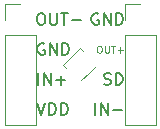
<source format=gbr>
%TF.GenerationSoftware,KiCad,Pcbnew,(5.1.6-0-10_14)*%
%TF.CreationDate,2020-08-16T22:54:34-04:00*%
%TF.ProjectId,PAM8016,50414d38-3031-4362-9e6b-696361645f70,rev?*%
%TF.SameCoordinates,Original*%
%TF.FileFunction,Legend,Top*%
%TF.FilePolarity,Positive*%
%FSLAX46Y46*%
G04 Gerber Fmt 4.6, Leading zero omitted, Abs format (unit mm)*
G04 Created by KiCad (PCBNEW (5.1.6-0-10_14)) date 2020-08-16 22:54:34*
%MOMM*%
%LPD*%
G01*
G04 APERTURE LIST*
%ADD10C,0.150000*%
%ADD11C,0.090000*%
%ADD12C,0.120000*%
G04 APERTURE END LIST*
D10*
X128270142Y-51252380D02*
X128270142Y-50252380D01*
X128746333Y-51252380D02*
X128746333Y-50252380D01*
X129317761Y-51252380D01*
X129317761Y-50252380D01*
X129793952Y-50871428D02*
X130555857Y-50871428D01*
X129008285Y-48664761D02*
X129151142Y-48712380D01*
X129389238Y-48712380D01*
X129484476Y-48664761D01*
X129532095Y-48617142D01*
X129579714Y-48521904D01*
X129579714Y-48426666D01*
X129532095Y-48331428D01*
X129484476Y-48283809D01*
X129389238Y-48236190D01*
X129198761Y-48188571D01*
X129103523Y-48140952D01*
X129055904Y-48093333D01*
X129008285Y-47998095D01*
X129008285Y-47902857D01*
X129055904Y-47807619D01*
X129103523Y-47760000D01*
X129198761Y-47712380D01*
X129436857Y-47712380D01*
X129579714Y-47760000D01*
X130008285Y-48712380D02*
X130008285Y-47712380D01*
X130246380Y-47712380D01*
X130389238Y-47760000D01*
X130484476Y-47855238D01*
X130532095Y-47950476D01*
X130579714Y-48140952D01*
X130579714Y-48283809D01*
X130532095Y-48474285D01*
X130484476Y-48569523D01*
X130389238Y-48664761D01*
X130246380Y-48712380D01*
X130008285Y-48712380D01*
D11*
X128568571Y-45391428D02*
X128682857Y-45391428D01*
X128740000Y-45420000D01*
X128797142Y-45477142D01*
X128825714Y-45591428D01*
X128825714Y-45791428D01*
X128797142Y-45905714D01*
X128740000Y-45962857D01*
X128682857Y-45991428D01*
X128568571Y-45991428D01*
X128511428Y-45962857D01*
X128454285Y-45905714D01*
X128425714Y-45791428D01*
X128425714Y-45591428D01*
X128454285Y-45477142D01*
X128511428Y-45420000D01*
X128568571Y-45391428D01*
X129082857Y-45391428D02*
X129082857Y-45877142D01*
X129111428Y-45934285D01*
X129140000Y-45962857D01*
X129197142Y-45991428D01*
X129311428Y-45991428D01*
X129368571Y-45962857D01*
X129397142Y-45934285D01*
X129425714Y-45877142D01*
X129425714Y-45391428D01*
X129625714Y-45391428D02*
X129968571Y-45391428D01*
X129797142Y-45991428D02*
X129797142Y-45391428D01*
X130168571Y-45762857D02*
X130625714Y-45762857D01*
X130397142Y-45991428D02*
X130397142Y-45534285D01*
D10*
X128524095Y-42680000D02*
X128428857Y-42632380D01*
X128286000Y-42632380D01*
X128143142Y-42680000D01*
X128047904Y-42775238D01*
X128000285Y-42870476D01*
X127952666Y-43060952D01*
X127952666Y-43203809D01*
X128000285Y-43394285D01*
X128047904Y-43489523D01*
X128143142Y-43584761D01*
X128286000Y-43632380D01*
X128381238Y-43632380D01*
X128524095Y-43584761D01*
X128571714Y-43537142D01*
X128571714Y-43203809D01*
X128381238Y-43203809D01*
X129000285Y-43632380D02*
X129000285Y-42632380D01*
X129571714Y-43632380D01*
X129571714Y-42632380D01*
X130047904Y-43632380D02*
X130047904Y-42632380D01*
X130286000Y-42632380D01*
X130428857Y-42680000D01*
X130524095Y-42775238D01*
X130571714Y-42870476D01*
X130619333Y-43060952D01*
X130619333Y-43203809D01*
X130571714Y-43394285D01*
X130524095Y-43489523D01*
X130428857Y-43584761D01*
X130286000Y-43632380D01*
X130047904Y-43632380D01*
X123602952Y-42632380D02*
X123793428Y-42632380D01*
X123888666Y-42680000D01*
X123983904Y-42775238D01*
X124031523Y-42965714D01*
X124031523Y-43299047D01*
X123983904Y-43489523D01*
X123888666Y-43584761D01*
X123793428Y-43632380D01*
X123602952Y-43632380D01*
X123507714Y-43584761D01*
X123412476Y-43489523D01*
X123364857Y-43299047D01*
X123364857Y-42965714D01*
X123412476Y-42775238D01*
X123507714Y-42680000D01*
X123602952Y-42632380D01*
X124460095Y-42632380D02*
X124460095Y-43441904D01*
X124507714Y-43537142D01*
X124555333Y-43584761D01*
X124650571Y-43632380D01*
X124841047Y-43632380D01*
X124936285Y-43584761D01*
X124983904Y-43537142D01*
X125031523Y-43441904D01*
X125031523Y-42632380D01*
X125364857Y-42632380D02*
X125936285Y-42632380D01*
X125650571Y-43632380D02*
X125650571Y-42632380D01*
X126269619Y-43251428D02*
X127031523Y-43251428D01*
X123952095Y-45220000D02*
X123856857Y-45172380D01*
X123714000Y-45172380D01*
X123571142Y-45220000D01*
X123475904Y-45315238D01*
X123428285Y-45410476D01*
X123380666Y-45600952D01*
X123380666Y-45743809D01*
X123428285Y-45934285D01*
X123475904Y-46029523D01*
X123571142Y-46124761D01*
X123714000Y-46172380D01*
X123809238Y-46172380D01*
X123952095Y-46124761D01*
X123999714Y-46077142D01*
X123999714Y-45743809D01*
X123809238Y-45743809D01*
X124428285Y-46172380D02*
X124428285Y-45172380D01*
X124999714Y-46172380D01*
X124999714Y-45172380D01*
X125475904Y-46172380D02*
X125475904Y-45172380D01*
X125714000Y-45172380D01*
X125856857Y-45220000D01*
X125952095Y-45315238D01*
X125999714Y-45410476D01*
X126047333Y-45600952D01*
X126047333Y-45743809D01*
X125999714Y-45934285D01*
X125952095Y-46029523D01*
X125856857Y-46124761D01*
X125714000Y-46172380D01*
X125475904Y-46172380D01*
X123444142Y-48712380D02*
X123444142Y-47712380D01*
X123920333Y-48712380D02*
X123920333Y-47712380D01*
X124491761Y-48712380D01*
X124491761Y-47712380D01*
X124967952Y-48331428D02*
X125729857Y-48331428D01*
X125348904Y-48712380D02*
X125348904Y-47950476D01*
X123380666Y-50252380D02*
X123714000Y-51252380D01*
X124047333Y-50252380D01*
X124380666Y-51252380D02*
X124380666Y-50252380D01*
X124618761Y-50252380D01*
X124761619Y-50300000D01*
X124856857Y-50395238D01*
X124904476Y-50490476D01*
X124952095Y-50680952D01*
X124952095Y-50823809D01*
X124904476Y-51014285D01*
X124856857Y-51109523D01*
X124761619Y-51204761D01*
X124618761Y-51252380D01*
X124380666Y-51252380D01*
X125380666Y-51252380D02*
X125380666Y-50252380D01*
X125618761Y-50252380D01*
X125761619Y-50300000D01*
X125856857Y-50395238D01*
X125904476Y-50490476D01*
X125952095Y-50680952D01*
X125952095Y-50823809D01*
X125904476Y-51014285D01*
X125856857Y-51109523D01*
X125761619Y-51204761D01*
X125618761Y-51252380D01*
X125380666Y-51252380D01*
D12*
%TO.C,J2*%
X130750000Y-52130000D02*
X133410000Y-52130000D01*
X130750000Y-44450000D02*
X130750000Y-52130000D01*
X133410000Y-44450000D02*
X133410000Y-52130000D01*
X130750000Y-44450000D02*
X133410000Y-44450000D01*
X130750000Y-43180000D02*
X130750000Y-41850000D01*
X130750000Y-41850000D02*
X132080000Y-41850000D01*
%TO.C,J1*%
X120590000Y-52130000D02*
X123250000Y-52130000D01*
X120590000Y-44450000D02*
X120590000Y-52130000D01*
X123250000Y-44450000D02*
X123250000Y-52130000D01*
X120590000Y-44450000D02*
X123250000Y-44450000D01*
X120590000Y-43180000D02*
X120590000Y-41850000D01*
X120590000Y-41850000D02*
X121920000Y-41850000D01*
%TO.C,U1*%
X125832567Y-47259408D02*
X125563159Y-46990000D01*
X125563159Y-46990000D02*
X127000000Y-45553159D01*
X127000000Y-45553159D02*
X127269408Y-45822567D01*
X127718420Y-47708420D02*
X128347038Y-47079803D01*
X127718420Y-47708420D02*
X127089803Y-48337038D01*
%TD*%
M02*

</source>
